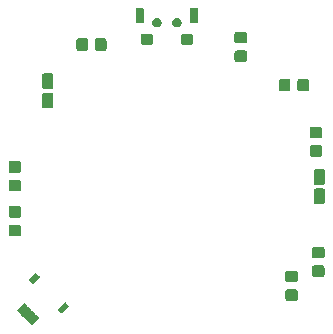
<source format=gts>
G04 #@! TF.GenerationSoftware,KiCad,Pcbnew,5.1.2-f72e74a~84~ubuntu18.04.1*
G04 #@! TF.CreationDate,2019-07-25T17:33:10+02:00*
G04 #@! TF.ProjectId,lightboard,6c696768-7462-46f6-9172-642e6b696361,rev?*
G04 #@! TF.SameCoordinates,Original*
G04 #@! TF.FileFunction,Soldermask,Top*
G04 #@! TF.FilePolarity,Negative*
%FSLAX46Y46*%
G04 Gerber Fmt 4.6, Leading zero omitted, Abs format (unit mm)*
G04 Created by KiCad (PCBNEW 5.1.2-f72e74a~84~ubuntu18.04.1) date 2019-07-25 17:33:10*
%MOMM*%
%LPD*%
G04 APERTURE LIST*
%ADD10C,0.100000*%
G04 APERTURE END LIST*
D10*
G36*
X144768979Y-106307959D02*
G01*
X144773653Y-106309377D01*
X144777955Y-106311676D01*
X144786494Y-106318684D01*
X144990656Y-106522846D01*
X144997664Y-106531385D01*
X144999963Y-106535687D01*
X145001381Y-106540361D01*
X145002189Y-106548563D01*
X145006971Y-106572596D01*
X145016349Y-106595235D01*
X145029963Y-106615609D01*
X145047291Y-106632935D01*
X145067665Y-106646548D01*
X145090304Y-106655925D01*
X145114330Y-106660704D01*
X145122532Y-106661512D01*
X145127206Y-106662930D01*
X145131508Y-106665229D01*
X145140047Y-106672237D01*
X145344209Y-106876399D01*
X145351217Y-106884938D01*
X145353516Y-106889240D01*
X145354934Y-106893914D01*
X145355742Y-106902116D01*
X145360523Y-106926150D01*
X145369901Y-106948788D01*
X145383516Y-106969162D01*
X145400843Y-106986489D01*
X145421218Y-107000102D01*
X145443857Y-107009479D01*
X145467884Y-107014258D01*
X145476086Y-107015066D01*
X145480760Y-107016484D01*
X145485062Y-107018783D01*
X145493601Y-107025791D01*
X145697763Y-107229953D01*
X145704771Y-107238492D01*
X145707070Y-107242794D01*
X145708488Y-107247468D01*
X145709296Y-107255670D01*
X145714078Y-107279703D01*
X145723456Y-107302342D01*
X145737070Y-107322716D01*
X145754398Y-107340042D01*
X145774772Y-107353655D01*
X145797411Y-107363032D01*
X145821437Y-107367811D01*
X145829639Y-107368619D01*
X145834313Y-107370037D01*
X145838615Y-107372336D01*
X145847154Y-107379344D01*
X146051316Y-107583506D01*
X146058324Y-107592045D01*
X146060623Y-107596347D01*
X146062041Y-107601021D01*
X146062519Y-107605876D01*
X146062041Y-107610731D01*
X146060623Y-107615405D01*
X146058324Y-107619707D01*
X146051316Y-107628246D01*
X145458246Y-108221316D01*
X145449707Y-108228324D01*
X145445405Y-108230623D01*
X145440731Y-108232041D01*
X145435876Y-108232519D01*
X145431021Y-108232041D01*
X145426347Y-108230623D01*
X145422045Y-108228324D01*
X145413506Y-108221316D01*
X145209344Y-108017154D01*
X145202336Y-108008615D01*
X145200037Y-108004313D01*
X145198619Y-107999639D01*
X145197811Y-107991437D01*
X145193029Y-107967404D01*
X145183651Y-107944765D01*
X145170037Y-107924391D01*
X145152709Y-107907065D01*
X145132335Y-107893452D01*
X145109696Y-107884075D01*
X145085670Y-107879296D01*
X145077468Y-107878488D01*
X145072794Y-107877070D01*
X145068492Y-107874771D01*
X145059953Y-107867763D01*
X144855791Y-107663601D01*
X144848783Y-107655062D01*
X144846484Y-107650760D01*
X144845066Y-107646086D01*
X144844258Y-107637884D01*
X144839477Y-107613850D01*
X144830099Y-107591212D01*
X144816484Y-107570838D01*
X144799157Y-107553511D01*
X144778782Y-107539898D01*
X144756143Y-107530521D01*
X144732116Y-107525742D01*
X144723914Y-107524934D01*
X144719240Y-107523516D01*
X144714938Y-107521217D01*
X144706399Y-107514209D01*
X144502237Y-107310047D01*
X144495229Y-107301508D01*
X144492930Y-107297206D01*
X144491512Y-107292532D01*
X144490704Y-107284330D01*
X144485922Y-107260297D01*
X144476544Y-107237658D01*
X144462930Y-107217284D01*
X144445602Y-107199958D01*
X144425228Y-107186345D01*
X144402589Y-107176968D01*
X144378563Y-107172189D01*
X144370361Y-107171381D01*
X144365687Y-107169963D01*
X144361385Y-107167664D01*
X144352846Y-107160656D01*
X144148684Y-106956494D01*
X144141676Y-106947955D01*
X144139377Y-106943653D01*
X144137959Y-106938979D01*
X144137481Y-106934124D01*
X144137959Y-106929269D01*
X144139377Y-106924595D01*
X144141676Y-106920293D01*
X144148684Y-106911754D01*
X144741754Y-106318684D01*
X144750293Y-106311676D01*
X144754595Y-106309377D01*
X144759269Y-106307959D01*
X144764124Y-106307481D01*
X144768979Y-106307959D01*
X144768979Y-106307959D01*
G37*
G36*
X148258795Y-106271179D02*
G01*
X148270500Y-106274730D01*
X148281290Y-106280497D01*
X148295514Y-106292171D01*
X148335361Y-106332018D01*
X148335367Y-106332023D01*
X148512851Y-106509507D01*
X148512856Y-106509513D01*
X148552703Y-106549360D01*
X148564377Y-106563584D01*
X148570144Y-106574374D01*
X148573695Y-106586079D01*
X148574894Y-106598249D01*
X148573695Y-106610419D01*
X148570144Y-106622124D01*
X148564377Y-106632914D01*
X148552703Y-106647138D01*
X148512856Y-106686985D01*
X148512851Y-106686991D01*
X148052525Y-107147317D01*
X148052519Y-107147322D01*
X148012672Y-107187169D01*
X147998448Y-107198843D01*
X147987658Y-107204610D01*
X147975953Y-107208161D01*
X147963783Y-107209360D01*
X147951613Y-107208161D01*
X147939908Y-107204610D01*
X147929118Y-107198843D01*
X147914894Y-107187169D01*
X147875047Y-107147322D01*
X147875041Y-107147317D01*
X147697557Y-106969833D01*
X147697552Y-106969827D01*
X147657705Y-106929980D01*
X147646031Y-106915756D01*
X147640264Y-106904966D01*
X147636713Y-106893261D01*
X147635514Y-106881091D01*
X147636713Y-106868921D01*
X147640264Y-106857216D01*
X147646031Y-106846426D01*
X147657705Y-106832202D01*
X147697552Y-106792355D01*
X147697557Y-106792349D01*
X148157883Y-106332023D01*
X148157889Y-106332018D01*
X148197736Y-106292171D01*
X148211960Y-106280497D01*
X148222750Y-106274730D01*
X148234455Y-106271179D01*
X148246625Y-106269980D01*
X148258795Y-106271179D01*
X148258795Y-106271179D01*
G37*
G36*
X167799591Y-105175585D02*
G01*
X167833569Y-105185893D01*
X167864890Y-105202634D01*
X167892339Y-105225161D01*
X167914866Y-105252610D01*
X167931607Y-105283931D01*
X167941915Y-105317909D01*
X167946000Y-105359390D01*
X167946000Y-105960610D01*
X167941915Y-106002091D01*
X167931607Y-106036069D01*
X167914866Y-106067390D01*
X167892339Y-106094839D01*
X167864890Y-106117366D01*
X167833569Y-106134107D01*
X167799591Y-106144415D01*
X167758110Y-106148500D01*
X167081890Y-106148500D01*
X167040409Y-106144415D01*
X167006431Y-106134107D01*
X166975110Y-106117366D01*
X166947661Y-106094839D01*
X166925134Y-106067390D01*
X166908393Y-106036069D01*
X166898085Y-106002091D01*
X166894000Y-105960610D01*
X166894000Y-105359390D01*
X166898085Y-105317909D01*
X166908393Y-105283931D01*
X166925134Y-105252610D01*
X166947661Y-105225161D01*
X166975110Y-105202634D01*
X167006431Y-105185893D01*
X167040409Y-105175585D01*
X167081890Y-105171500D01*
X167758110Y-105171500D01*
X167799591Y-105175585D01*
X167799591Y-105175585D01*
G37*
G36*
X145783921Y-103796305D02*
G01*
X145795626Y-103799856D01*
X145806416Y-103805623D01*
X145820640Y-103817297D01*
X145860487Y-103857144D01*
X145860493Y-103857149D01*
X146037977Y-104034633D01*
X146037982Y-104034639D01*
X146077829Y-104074486D01*
X146089503Y-104088710D01*
X146095270Y-104099500D01*
X146098821Y-104111205D01*
X146100020Y-104123375D01*
X146098821Y-104135545D01*
X146095270Y-104147250D01*
X146089503Y-104158040D01*
X146077829Y-104172264D01*
X146037982Y-104212111D01*
X146037977Y-104212117D01*
X145577651Y-104672443D01*
X145577645Y-104672448D01*
X145537798Y-104712295D01*
X145523574Y-104723969D01*
X145512784Y-104729736D01*
X145501079Y-104733287D01*
X145488909Y-104734486D01*
X145476739Y-104733287D01*
X145465034Y-104729736D01*
X145454244Y-104723969D01*
X145440020Y-104712295D01*
X145400173Y-104672448D01*
X145400167Y-104672443D01*
X145222683Y-104494959D01*
X145222678Y-104494953D01*
X145182831Y-104455106D01*
X145171157Y-104440882D01*
X145165390Y-104430092D01*
X145161839Y-104418387D01*
X145160640Y-104406217D01*
X145161839Y-104394047D01*
X145165390Y-104382342D01*
X145171157Y-104371552D01*
X145182831Y-104357328D01*
X145222678Y-104317481D01*
X145222683Y-104317475D01*
X145683009Y-103857149D01*
X145683015Y-103857144D01*
X145722862Y-103817297D01*
X145737086Y-103805623D01*
X145747876Y-103799856D01*
X145759581Y-103796305D01*
X145771751Y-103795106D01*
X145783921Y-103796305D01*
X145783921Y-103796305D01*
G37*
G36*
X167799591Y-103600585D02*
G01*
X167833569Y-103610893D01*
X167864890Y-103627634D01*
X167892339Y-103650161D01*
X167914866Y-103677610D01*
X167931607Y-103708931D01*
X167941915Y-103742909D01*
X167946000Y-103784390D01*
X167946000Y-104385610D01*
X167941915Y-104427091D01*
X167931607Y-104461069D01*
X167914866Y-104492390D01*
X167892339Y-104519839D01*
X167864890Y-104542366D01*
X167833569Y-104559107D01*
X167799591Y-104569415D01*
X167758110Y-104573500D01*
X167081890Y-104573500D01*
X167040409Y-104569415D01*
X167006431Y-104559107D01*
X166975110Y-104542366D01*
X166947661Y-104519839D01*
X166925134Y-104492390D01*
X166908393Y-104461069D01*
X166898085Y-104427091D01*
X166894000Y-104385610D01*
X166894000Y-103784390D01*
X166898085Y-103742909D01*
X166908393Y-103708931D01*
X166925134Y-103677610D01*
X166947661Y-103650161D01*
X166975110Y-103627634D01*
X167006431Y-103610893D01*
X167040409Y-103600585D01*
X167081890Y-103596500D01*
X167758110Y-103596500D01*
X167799591Y-103600585D01*
X167799591Y-103600585D01*
G37*
G36*
X170059591Y-103150585D02*
G01*
X170093569Y-103160893D01*
X170124890Y-103177634D01*
X170152339Y-103200161D01*
X170174866Y-103227610D01*
X170191607Y-103258931D01*
X170201915Y-103292909D01*
X170206000Y-103334390D01*
X170206000Y-103935610D01*
X170201915Y-103977091D01*
X170191607Y-104011069D01*
X170174866Y-104042390D01*
X170152339Y-104069839D01*
X170124890Y-104092366D01*
X170093569Y-104109107D01*
X170059591Y-104119415D01*
X170018110Y-104123500D01*
X169341890Y-104123500D01*
X169300409Y-104119415D01*
X169266431Y-104109107D01*
X169235110Y-104092366D01*
X169207661Y-104069839D01*
X169185134Y-104042390D01*
X169168393Y-104011069D01*
X169158085Y-103977091D01*
X169154000Y-103935610D01*
X169154000Y-103334390D01*
X169158085Y-103292909D01*
X169168393Y-103258931D01*
X169185134Y-103227610D01*
X169207661Y-103200161D01*
X169235110Y-103177634D01*
X169266431Y-103160893D01*
X169300409Y-103150585D01*
X169341890Y-103146500D01*
X170018110Y-103146500D01*
X170059591Y-103150585D01*
X170059591Y-103150585D01*
G37*
G36*
X170059591Y-101575585D02*
G01*
X170093569Y-101585893D01*
X170124890Y-101602634D01*
X170152339Y-101625161D01*
X170174866Y-101652610D01*
X170191607Y-101683931D01*
X170201915Y-101717909D01*
X170206000Y-101759390D01*
X170206000Y-102360610D01*
X170201915Y-102402091D01*
X170191607Y-102436069D01*
X170174866Y-102467390D01*
X170152339Y-102494839D01*
X170124890Y-102517366D01*
X170093569Y-102534107D01*
X170059591Y-102544415D01*
X170018110Y-102548500D01*
X169341890Y-102548500D01*
X169300409Y-102544415D01*
X169266431Y-102534107D01*
X169235110Y-102517366D01*
X169207661Y-102494839D01*
X169185134Y-102467390D01*
X169168393Y-102436069D01*
X169158085Y-102402091D01*
X169154000Y-102360610D01*
X169154000Y-101759390D01*
X169158085Y-101717909D01*
X169168393Y-101683931D01*
X169185134Y-101652610D01*
X169207661Y-101625161D01*
X169235110Y-101602634D01*
X169266431Y-101585893D01*
X169300409Y-101575585D01*
X169341890Y-101571500D01*
X170018110Y-101571500D01*
X170059591Y-101575585D01*
X170059591Y-101575585D01*
G37*
G36*
X144359591Y-99705585D02*
G01*
X144393569Y-99715893D01*
X144424890Y-99732634D01*
X144452339Y-99755161D01*
X144474866Y-99782610D01*
X144491607Y-99813931D01*
X144501915Y-99847909D01*
X144506000Y-99889390D01*
X144506000Y-100490610D01*
X144501915Y-100532091D01*
X144491607Y-100566069D01*
X144474866Y-100597390D01*
X144452339Y-100624839D01*
X144424890Y-100647366D01*
X144393569Y-100664107D01*
X144359591Y-100674415D01*
X144318110Y-100678500D01*
X143641890Y-100678500D01*
X143600409Y-100674415D01*
X143566431Y-100664107D01*
X143535110Y-100647366D01*
X143507661Y-100624839D01*
X143485134Y-100597390D01*
X143468393Y-100566069D01*
X143458085Y-100532091D01*
X143454000Y-100490610D01*
X143454000Y-99889390D01*
X143458085Y-99847909D01*
X143468393Y-99813931D01*
X143485134Y-99782610D01*
X143507661Y-99755161D01*
X143535110Y-99732634D01*
X143566431Y-99715893D01*
X143600409Y-99705585D01*
X143641890Y-99701500D01*
X144318110Y-99701500D01*
X144359591Y-99705585D01*
X144359591Y-99705585D01*
G37*
G36*
X144359591Y-98130585D02*
G01*
X144393569Y-98140893D01*
X144424890Y-98157634D01*
X144452339Y-98180161D01*
X144474866Y-98207610D01*
X144491607Y-98238931D01*
X144501915Y-98272909D01*
X144506000Y-98314390D01*
X144506000Y-98915610D01*
X144501915Y-98957091D01*
X144491607Y-98991069D01*
X144474866Y-99022390D01*
X144452339Y-99049839D01*
X144424890Y-99072366D01*
X144393569Y-99089107D01*
X144359591Y-99099415D01*
X144318110Y-99103500D01*
X143641890Y-99103500D01*
X143600409Y-99099415D01*
X143566431Y-99089107D01*
X143535110Y-99072366D01*
X143507661Y-99049839D01*
X143485134Y-99022390D01*
X143468393Y-98991069D01*
X143458085Y-98957091D01*
X143454000Y-98915610D01*
X143454000Y-98314390D01*
X143458085Y-98272909D01*
X143468393Y-98238931D01*
X143485134Y-98207610D01*
X143507661Y-98180161D01*
X143535110Y-98157634D01*
X143566431Y-98140893D01*
X143600409Y-98130585D01*
X143641890Y-98126500D01*
X144318110Y-98126500D01*
X144359591Y-98130585D01*
X144359591Y-98130585D01*
G37*
G36*
X170114618Y-96635465D02*
G01*
X170147433Y-96645419D01*
X170177665Y-96661579D01*
X170204170Y-96683330D01*
X170225921Y-96709835D01*
X170242081Y-96740067D01*
X170252035Y-96772882D01*
X170256000Y-96813140D01*
X170256000Y-97776860D01*
X170252035Y-97817118D01*
X170242081Y-97849933D01*
X170225921Y-97880165D01*
X170204170Y-97906670D01*
X170177665Y-97928421D01*
X170147433Y-97944581D01*
X170114618Y-97954535D01*
X170074360Y-97958500D01*
X169485640Y-97958500D01*
X169445382Y-97954535D01*
X169412567Y-97944581D01*
X169382335Y-97928421D01*
X169355830Y-97906670D01*
X169334079Y-97880165D01*
X169317919Y-97849933D01*
X169307965Y-97817118D01*
X169304000Y-97776860D01*
X169304000Y-96813140D01*
X169307965Y-96772882D01*
X169317919Y-96740067D01*
X169334079Y-96709835D01*
X169355830Y-96683330D01*
X169382335Y-96661579D01*
X169412567Y-96645419D01*
X169445382Y-96635465D01*
X169485640Y-96631500D01*
X170074360Y-96631500D01*
X170114618Y-96635465D01*
X170114618Y-96635465D01*
G37*
G36*
X144359591Y-95900585D02*
G01*
X144393569Y-95910893D01*
X144424890Y-95927634D01*
X144452339Y-95950161D01*
X144474866Y-95977610D01*
X144491607Y-96008931D01*
X144501915Y-96042909D01*
X144506000Y-96084390D01*
X144506000Y-96685610D01*
X144501915Y-96727091D01*
X144491607Y-96761069D01*
X144474866Y-96792390D01*
X144452339Y-96819839D01*
X144424890Y-96842366D01*
X144393569Y-96859107D01*
X144359591Y-96869415D01*
X144318110Y-96873500D01*
X143641890Y-96873500D01*
X143600409Y-96869415D01*
X143566431Y-96859107D01*
X143535110Y-96842366D01*
X143507661Y-96819839D01*
X143485134Y-96792390D01*
X143468393Y-96761069D01*
X143458085Y-96727091D01*
X143454000Y-96685610D01*
X143454000Y-96084390D01*
X143458085Y-96042909D01*
X143468393Y-96008931D01*
X143485134Y-95977610D01*
X143507661Y-95950161D01*
X143535110Y-95927634D01*
X143566431Y-95910893D01*
X143600409Y-95900585D01*
X143641890Y-95896500D01*
X144318110Y-95896500D01*
X144359591Y-95900585D01*
X144359591Y-95900585D01*
G37*
G36*
X170114618Y-95010465D02*
G01*
X170147433Y-95020419D01*
X170177665Y-95036579D01*
X170204170Y-95058330D01*
X170225921Y-95084835D01*
X170242081Y-95115067D01*
X170252035Y-95147882D01*
X170256000Y-95188140D01*
X170256000Y-96151860D01*
X170252035Y-96192118D01*
X170242081Y-96224933D01*
X170225921Y-96255165D01*
X170204170Y-96281670D01*
X170177665Y-96303421D01*
X170147433Y-96319581D01*
X170114618Y-96329535D01*
X170074360Y-96333500D01*
X169485640Y-96333500D01*
X169445382Y-96329535D01*
X169412567Y-96319581D01*
X169382335Y-96303421D01*
X169355830Y-96281670D01*
X169334079Y-96255165D01*
X169317919Y-96224933D01*
X169307965Y-96192118D01*
X169304000Y-96151860D01*
X169304000Y-95188140D01*
X169307965Y-95147882D01*
X169317919Y-95115067D01*
X169334079Y-95084835D01*
X169355830Y-95058330D01*
X169382335Y-95036579D01*
X169412567Y-95020419D01*
X169445382Y-95010465D01*
X169485640Y-95006500D01*
X170074360Y-95006500D01*
X170114618Y-95010465D01*
X170114618Y-95010465D01*
G37*
G36*
X144359591Y-94325585D02*
G01*
X144393569Y-94335893D01*
X144424890Y-94352634D01*
X144452339Y-94375161D01*
X144474866Y-94402610D01*
X144491607Y-94433931D01*
X144501915Y-94467909D01*
X144506000Y-94509390D01*
X144506000Y-95110610D01*
X144501915Y-95152091D01*
X144491607Y-95186069D01*
X144474866Y-95217390D01*
X144452339Y-95244839D01*
X144424890Y-95267366D01*
X144393569Y-95284107D01*
X144359591Y-95294415D01*
X144318110Y-95298500D01*
X143641890Y-95298500D01*
X143600409Y-95294415D01*
X143566431Y-95284107D01*
X143535110Y-95267366D01*
X143507661Y-95244839D01*
X143485134Y-95217390D01*
X143468393Y-95186069D01*
X143458085Y-95152091D01*
X143454000Y-95110610D01*
X143454000Y-94509390D01*
X143458085Y-94467909D01*
X143468393Y-94433931D01*
X143485134Y-94402610D01*
X143507661Y-94375161D01*
X143535110Y-94352634D01*
X143566431Y-94335893D01*
X143600409Y-94325585D01*
X143641890Y-94321500D01*
X144318110Y-94321500D01*
X144359591Y-94325585D01*
X144359591Y-94325585D01*
G37*
G36*
X169849591Y-92980585D02*
G01*
X169883569Y-92990893D01*
X169914890Y-93007634D01*
X169942339Y-93030161D01*
X169964866Y-93057610D01*
X169981607Y-93088931D01*
X169991915Y-93122909D01*
X169996000Y-93164390D01*
X169996000Y-93765610D01*
X169991915Y-93807091D01*
X169981607Y-93841069D01*
X169964866Y-93872390D01*
X169942339Y-93899839D01*
X169914890Y-93922366D01*
X169883569Y-93939107D01*
X169849591Y-93949415D01*
X169808110Y-93953500D01*
X169131890Y-93953500D01*
X169090409Y-93949415D01*
X169056431Y-93939107D01*
X169025110Y-93922366D01*
X168997661Y-93899839D01*
X168975134Y-93872390D01*
X168958393Y-93841069D01*
X168948085Y-93807091D01*
X168944000Y-93765610D01*
X168944000Y-93164390D01*
X168948085Y-93122909D01*
X168958393Y-93088931D01*
X168975134Y-93057610D01*
X168997661Y-93030161D01*
X169025110Y-93007634D01*
X169056431Y-92990893D01*
X169090409Y-92980585D01*
X169131890Y-92976500D01*
X169808110Y-92976500D01*
X169849591Y-92980585D01*
X169849591Y-92980585D01*
G37*
G36*
X169849591Y-91405585D02*
G01*
X169883569Y-91415893D01*
X169914890Y-91432634D01*
X169942339Y-91455161D01*
X169964866Y-91482610D01*
X169981607Y-91513931D01*
X169991915Y-91547909D01*
X169996000Y-91589390D01*
X169996000Y-92190610D01*
X169991915Y-92232091D01*
X169981607Y-92266069D01*
X169964866Y-92297390D01*
X169942339Y-92324839D01*
X169914890Y-92347366D01*
X169883569Y-92364107D01*
X169849591Y-92374415D01*
X169808110Y-92378500D01*
X169131890Y-92378500D01*
X169090409Y-92374415D01*
X169056431Y-92364107D01*
X169025110Y-92347366D01*
X168997661Y-92324839D01*
X168975134Y-92297390D01*
X168958393Y-92266069D01*
X168948085Y-92232091D01*
X168944000Y-92190610D01*
X168944000Y-91589390D01*
X168948085Y-91547909D01*
X168958393Y-91513931D01*
X168975134Y-91482610D01*
X168997661Y-91455161D01*
X169025110Y-91432634D01*
X169056431Y-91415893D01*
X169090409Y-91405585D01*
X169131890Y-91401500D01*
X169808110Y-91401500D01*
X169849591Y-91405585D01*
X169849591Y-91405585D01*
G37*
G36*
X147094618Y-88525465D02*
G01*
X147127433Y-88535419D01*
X147157665Y-88551579D01*
X147184170Y-88573330D01*
X147205921Y-88599835D01*
X147222081Y-88630067D01*
X147232035Y-88662882D01*
X147236000Y-88703140D01*
X147236000Y-89666860D01*
X147232035Y-89707118D01*
X147222081Y-89739933D01*
X147205921Y-89770165D01*
X147184170Y-89796670D01*
X147157665Y-89818421D01*
X147127433Y-89834581D01*
X147094618Y-89844535D01*
X147054360Y-89848500D01*
X146465640Y-89848500D01*
X146425382Y-89844535D01*
X146392567Y-89834581D01*
X146362335Y-89818421D01*
X146335830Y-89796670D01*
X146314079Y-89770165D01*
X146297919Y-89739933D01*
X146287965Y-89707118D01*
X146284000Y-89666860D01*
X146284000Y-88703140D01*
X146287965Y-88662882D01*
X146297919Y-88630067D01*
X146314079Y-88599835D01*
X146335830Y-88573330D01*
X146362335Y-88551579D01*
X146392567Y-88535419D01*
X146425382Y-88525465D01*
X146465640Y-88521500D01*
X147054360Y-88521500D01*
X147094618Y-88525465D01*
X147094618Y-88525465D01*
G37*
G36*
X168747091Y-87358085D02*
G01*
X168781069Y-87368393D01*
X168812390Y-87385134D01*
X168839839Y-87407661D01*
X168862366Y-87435110D01*
X168879107Y-87466431D01*
X168889415Y-87500409D01*
X168893500Y-87541890D01*
X168893500Y-88218110D01*
X168889415Y-88259591D01*
X168879107Y-88293569D01*
X168862366Y-88324890D01*
X168839839Y-88352339D01*
X168812390Y-88374866D01*
X168781069Y-88391607D01*
X168747091Y-88401915D01*
X168705610Y-88406000D01*
X168104390Y-88406000D01*
X168062909Y-88401915D01*
X168028931Y-88391607D01*
X167997610Y-88374866D01*
X167970161Y-88352339D01*
X167947634Y-88324890D01*
X167930893Y-88293569D01*
X167920585Y-88259591D01*
X167916500Y-88218110D01*
X167916500Y-87541890D01*
X167920585Y-87500409D01*
X167930893Y-87466431D01*
X167947634Y-87435110D01*
X167970161Y-87407661D01*
X167997610Y-87385134D01*
X168028931Y-87368393D01*
X168062909Y-87358085D01*
X168104390Y-87354000D01*
X168705610Y-87354000D01*
X168747091Y-87358085D01*
X168747091Y-87358085D01*
G37*
G36*
X167172091Y-87358085D02*
G01*
X167206069Y-87368393D01*
X167237390Y-87385134D01*
X167264839Y-87407661D01*
X167287366Y-87435110D01*
X167304107Y-87466431D01*
X167314415Y-87500409D01*
X167318500Y-87541890D01*
X167318500Y-88218110D01*
X167314415Y-88259591D01*
X167304107Y-88293569D01*
X167287366Y-88324890D01*
X167264839Y-88352339D01*
X167237390Y-88374866D01*
X167206069Y-88391607D01*
X167172091Y-88401915D01*
X167130610Y-88406000D01*
X166529390Y-88406000D01*
X166487909Y-88401915D01*
X166453931Y-88391607D01*
X166422610Y-88374866D01*
X166395161Y-88352339D01*
X166372634Y-88324890D01*
X166355893Y-88293569D01*
X166345585Y-88259591D01*
X166341500Y-88218110D01*
X166341500Y-87541890D01*
X166345585Y-87500409D01*
X166355893Y-87466431D01*
X166372634Y-87435110D01*
X166395161Y-87407661D01*
X166422610Y-87385134D01*
X166453931Y-87368393D01*
X166487909Y-87358085D01*
X166529390Y-87354000D01*
X167130610Y-87354000D01*
X167172091Y-87358085D01*
X167172091Y-87358085D01*
G37*
G36*
X147094618Y-86900465D02*
G01*
X147127433Y-86910419D01*
X147157665Y-86926579D01*
X147184170Y-86948330D01*
X147205921Y-86974835D01*
X147222081Y-87005067D01*
X147232035Y-87037882D01*
X147236000Y-87078140D01*
X147236000Y-88041860D01*
X147232035Y-88082118D01*
X147222081Y-88114933D01*
X147205921Y-88145165D01*
X147184170Y-88171670D01*
X147157665Y-88193421D01*
X147127433Y-88209581D01*
X147094618Y-88219535D01*
X147054360Y-88223500D01*
X146465640Y-88223500D01*
X146425382Y-88219535D01*
X146392567Y-88209581D01*
X146362335Y-88193421D01*
X146335830Y-88171670D01*
X146314079Y-88145165D01*
X146297919Y-88114933D01*
X146287965Y-88082118D01*
X146284000Y-88041860D01*
X146284000Y-87078140D01*
X146287965Y-87037882D01*
X146297919Y-87005067D01*
X146314079Y-86974835D01*
X146335830Y-86948330D01*
X146362335Y-86926579D01*
X146392567Y-86910419D01*
X146425382Y-86900465D01*
X146465640Y-86896500D01*
X147054360Y-86896500D01*
X147094618Y-86900465D01*
X147094618Y-86900465D01*
G37*
G36*
X163489591Y-84955585D02*
G01*
X163523569Y-84965893D01*
X163554890Y-84982634D01*
X163582339Y-85005161D01*
X163604866Y-85032610D01*
X163621607Y-85063931D01*
X163631915Y-85097909D01*
X163636000Y-85139390D01*
X163636000Y-85740610D01*
X163631915Y-85782091D01*
X163621607Y-85816069D01*
X163604866Y-85847390D01*
X163582339Y-85874839D01*
X163554890Y-85897366D01*
X163523569Y-85914107D01*
X163489591Y-85924415D01*
X163448110Y-85928500D01*
X162771890Y-85928500D01*
X162730409Y-85924415D01*
X162696431Y-85914107D01*
X162665110Y-85897366D01*
X162637661Y-85874839D01*
X162615134Y-85847390D01*
X162598393Y-85816069D01*
X162588085Y-85782091D01*
X162584000Y-85740610D01*
X162584000Y-85139390D01*
X162588085Y-85097909D01*
X162598393Y-85063931D01*
X162615134Y-85032610D01*
X162637661Y-85005161D01*
X162665110Y-84982634D01*
X162696431Y-84965893D01*
X162730409Y-84955585D01*
X162771890Y-84951500D01*
X163448110Y-84951500D01*
X163489591Y-84955585D01*
X163489591Y-84955585D01*
G37*
G36*
X151602091Y-83928085D02*
G01*
X151636069Y-83938393D01*
X151667390Y-83955134D01*
X151694839Y-83977661D01*
X151717366Y-84005110D01*
X151734107Y-84036431D01*
X151744415Y-84070409D01*
X151748500Y-84111890D01*
X151748500Y-84788110D01*
X151744415Y-84829591D01*
X151734107Y-84863569D01*
X151717366Y-84894890D01*
X151694839Y-84922339D01*
X151667390Y-84944866D01*
X151636069Y-84961607D01*
X151602091Y-84971915D01*
X151560610Y-84976000D01*
X150959390Y-84976000D01*
X150917909Y-84971915D01*
X150883931Y-84961607D01*
X150852610Y-84944866D01*
X150825161Y-84922339D01*
X150802634Y-84894890D01*
X150785893Y-84863569D01*
X150775585Y-84829591D01*
X150771500Y-84788110D01*
X150771500Y-84111890D01*
X150775585Y-84070409D01*
X150785893Y-84036431D01*
X150802634Y-84005110D01*
X150825161Y-83977661D01*
X150852610Y-83955134D01*
X150883931Y-83938393D01*
X150917909Y-83928085D01*
X150959390Y-83924000D01*
X151560610Y-83924000D01*
X151602091Y-83928085D01*
X151602091Y-83928085D01*
G37*
G36*
X150027091Y-83928085D02*
G01*
X150061069Y-83938393D01*
X150092390Y-83955134D01*
X150119839Y-83977661D01*
X150142366Y-84005110D01*
X150159107Y-84036431D01*
X150169415Y-84070409D01*
X150173500Y-84111890D01*
X150173500Y-84788110D01*
X150169415Y-84829591D01*
X150159107Y-84863569D01*
X150142366Y-84894890D01*
X150119839Y-84922339D01*
X150092390Y-84944866D01*
X150061069Y-84961607D01*
X150027091Y-84971915D01*
X149985610Y-84976000D01*
X149384390Y-84976000D01*
X149342909Y-84971915D01*
X149308931Y-84961607D01*
X149277610Y-84944866D01*
X149250161Y-84922339D01*
X149227634Y-84894890D01*
X149210893Y-84863569D01*
X149200585Y-84829591D01*
X149196500Y-84788110D01*
X149196500Y-84111890D01*
X149200585Y-84070409D01*
X149210893Y-84036431D01*
X149227634Y-84005110D01*
X149250161Y-83977661D01*
X149277610Y-83955134D01*
X149308931Y-83938393D01*
X149342909Y-83928085D01*
X149384390Y-83924000D01*
X149985610Y-83924000D01*
X150027091Y-83928085D01*
X150027091Y-83928085D01*
G37*
G36*
X155529683Y-83552725D02*
G01*
X155560143Y-83561966D01*
X155588223Y-83576974D01*
X155612831Y-83597169D01*
X155633026Y-83621777D01*
X155648034Y-83649857D01*
X155657275Y-83680317D01*
X155661000Y-83718140D01*
X155661000Y-84281860D01*
X155657275Y-84319683D01*
X155648034Y-84350143D01*
X155633026Y-84378223D01*
X155612831Y-84402831D01*
X155588223Y-84423026D01*
X155560143Y-84438034D01*
X155529683Y-84447275D01*
X155491860Y-84451000D01*
X154828140Y-84451000D01*
X154790317Y-84447275D01*
X154759857Y-84438034D01*
X154731777Y-84423026D01*
X154707169Y-84402831D01*
X154686974Y-84378223D01*
X154671966Y-84350143D01*
X154662725Y-84319683D01*
X154659000Y-84281860D01*
X154659000Y-83718140D01*
X154662725Y-83680317D01*
X154671966Y-83649857D01*
X154686974Y-83621777D01*
X154707169Y-83597169D01*
X154731777Y-83576974D01*
X154759857Y-83561966D01*
X154790317Y-83552725D01*
X154828140Y-83549000D01*
X155491860Y-83549000D01*
X155529683Y-83552725D01*
X155529683Y-83552725D01*
G37*
G36*
X158929683Y-83552725D02*
G01*
X158960143Y-83561966D01*
X158988223Y-83576974D01*
X159012831Y-83597169D01*
X159033026Y-83621777D01*
X159048034Y-83649857D01*
X159057275Y-83680317D01*
X159061000Y-83718140D01*
X159061000Y-84281860D01*
X159057275Y-84319683D01*
X159048034Y-84350143D01*
X159033026Y-84378223D01*
X159012831Y-84402831D01*
X158988223Y-84423026D01*
X158960143Y-84438034D01*
X158929683Y-84447275D01*
X158891860Y-84451000D01*
X158228140Y-84451000D01*
X158190317Y-84447275D01*
X158159857Y-84438034D01*
X158131777Y-84423026D01*
X158107169Y-84402831D01*
X158086974Y-84378223D01*
X158071966Y-84350143D01*
X158062725Y-84319683D01*
X158059000Y-84281860D01*
X158059000Y-83718140D01*
X158062725Y-83680317D01*
X158071966Y-83649857D01*
X158086974Y-83621777D01*
X158107169Y-83597169D01*
X158131777Y-83576974D01*
X158159857Y-83561966D01*
X158190317Y-83552725D01*
X158228140Y-83549000D01*
X158891860Y-83549000D01*
X158929683Y-83552725D01*
X158929683Y-83552725D01*
G37*
G36*
X163489591Y-83380585D02*
G01*
X163523569Y-83390893D01*
X163554890Y-83407634D01*
X163582339Y-83430161D01*
X163604866Y-83457610D01*
X163621607Y-83488931D01*
X163631915Y-83522909D01*
X163636000Y-83564390D01*
X163636000Y-84165610D01*
X163631915Y-84207091D01*
X163621607Y-84241069D01*
X163604866Y-84272390D01*
X163582339Y-84299839D01*
X163554890Y-84322366D01*
X163523569Y-84339107D01*
X163489591Y-84349415D01*
X163448110Y-84353500D01*
X162771890Y-84353500D01*
X162730409Y-84349415D01*
X162696431Y-84339107D01*
X162665110Y-84322366D01*
X162637661Y-84299839D01*
X162615134Y-84272390D01*
X162598393Y-84241069D01*
X162588085Y-84207091D01*
X162584000Y-84165610D01*
X162584000Y-83564390D01*
X162588085Y-83522909D01*
X162598393Y-83488931D01*
X162615134Y-83457610D01*
X162637661Y-83430161D01*
X162665110Y-83407634D01*
X162696431Y-83390893D01*
X162730409Y-83380585D01*
X162771890Y-83376500D01*
X163448110Y-83376500D01*
X163489591Y-83380585D01*
X163489591Y-83380585D01*
G37*
G36*
X156088231Y-82206705D02*
G01*
X156126967Y-82214410D01*
X156157195Y-82226931D01*
X156199944Y-82244638D01*
X156265622Y-82288523D01*
X156321477Y-82344378D01*
X156365362Y-82410056D01*
X156383069Y-82452805D01*
X156392470Y-82475500D01*
X156395590Y-82483034D01*
X156411000Y-82560504D01*
X156411000Y-82639496D01*
X156395590Y-82716966D01*
X156365362Y-82789944D01*
X156321477Y-82855622D01*
X156265622Y-82911477D01*
X156199944Y-82955362D01*
X156157195Y-82973069D01*
X156126967Y-82985590D01*
X156088231Y-82993295D01*
X156049496Y-83001000D01*
X155970504Y-83001000D01*
X155931769Y-82993295D01*
X155893033Y-82985590D01*
X155862805Y-82973069D01*
X155820056Y-82955362D01*
X155754378Y-82911477D01*
X155698523Y-82855622D01*
X155654638Y-82789944D01*
X155624410Y-82716966D01*
X155609000Y-82639496D01*
X155609000Y-82560504D01*
X155624410Y-82483034D01*
X155627531Y-82475500D01*
X155636931Y-82452805D01*
X155654638Y-82410056D01*
X155698523Y-82344378D01*
X155754378Y-82288523D01*
X155820056Y-82244638D01*
X155862805Y-82226931D01*
X155893033Y-82214410D01*
X155931769Y-82206705D01*
X155970504Y-82199000D01*
X156049496Y-82199000D01*
X156088231Y-82206705D01*
X156088231Y-82206705D01*
G37*
G36*
X157788231Y-82206705D02*
G01*
X157826967Y-82214410D01*
X157857195Y-82226931D01*
X157899944Y-82244638D01*
X157965622Y-82288523D01*
X158021477Y-82344378D01*
X158065362Y-82410056D01*
X158083069Y-82452805D01*
X158092470Y-82475500D01*
X158095590Y-82483034D01*
X158111000Y-82560504D01*
X158111000Y-82639496D01*
X158095590Y-82716966D01*
X158065362Y-82789944D01*
X158021477Y-82855622D01*
X157965622Y-82911477D01*
X157899944Y-82955362D01*
X157857195Y-82973069D01*
X157826967Y-82985590D01*
X157788231Y-82993295D01*
X157749496Y-83001000D01*
X157670504Y-83001000D01*
X157631769Y-82993295D01*
X157593033Y-82985590D01*
X157562805Y-82973069D01*
X157520056Y-82955362D01*
X157454378Y-82911477D01*
X157398523Y-82855622D01*
X157354638Y-82789944D01*
X157324410Y-82716966D01*
X157309000Y-82639496D01*
X157309000Y-82560504D01*
X157324410Y-82483034D01*
X157327531Y-82475500D01*
X157336931Y-82452805D01*
X157354638Y-82410056D01*
X157398523Y-82344378D01*
X157454378Y-82288523D01*
X157520056Y-82244638D01*
X157562805Y-82226931D01*
X157593033Y-82214410D01*
X157631769Y-82206705D01*
X157670504Y-82199000D01*
X157749496Y-82199000D01*
X157788231Y-82206705D01*
X157788231Y-82206705D01*
G37*
G36*
X159419928Y-81351764D02*
G01*
X159441009Y-81358160D01*
X159460445Y-81368548D01*
X159477476Y-81382524D01*
X159491452Y-81399555D01*
X159501840Y-81418991D01*
X159508236Y-81440072D01*
X159511000Y-81468140D01*
X159511000Y-82531860D01*
X159508236Y-82559928D01*
X159501840Y-82581009D01*
X159491452Y-82600445D01*
X159477476Y-82617476D01*
X159460445Y-82631452D01*
X159441009Y-82641840D01*
X159419928Y-82648236D01*
X159391860Y-82651000D01*
X158928140Y-82651000D01*
X158900072Y-82648236D01*
X158878991Y-82641840D01*
X158859555Y-82631452D01*
X158842524Y-82617476D01*
X158828548Y-82600445D01*
X158818160Y-82581009D01*
X158811764Y-82559928D01*
X158809000Y-82531860D01*
X158809000Y-81468140D01*
X158811764Y-81440072D01*
X158818160Y-81418991D01*
X158828548Y-81399555D01*
X158842524Y-81382524D01*
X158859555Y-81368548D01*
X158878991Y-81358160D01*
X158900072Y-81351764D01*
X158928140Y-81349000D01*
X159391860Y-81349000D01*
X159419928Y-81351764D01*
X159419928Y-81351764D01*
G37*
G36*
X154819928Y-81351764D02*
G01*
X154841009Y-81358160D01*
X154860445Y-81368548D01*
X154877476Y-81382524D01*
X154891452Y-81399555D01*
X154901840Y-81418991D01*
X154908236Y-81440072D01*
X154911000Y-81468140D01*
X154911000Y-82531860D01*
X154908236Y-82559928D01*
X154901840Y-82581009D01*
X154891452Y-82600445D01*
X154877476Y-82617476D01*
X154860445Y-82631452D01*
X154841009Y-82641840D01*
X154819928Y-82648236D01*
X154791860Y-82651000D01*
X154328140Y-82651000D01*
X154300072Y-82648236D01*
X154278991Y-82641840D01*
X154259555Y-82631452D01*
X154242524Y-82617476D01*
X154228548Y-82600445D01*
X154218160Y-82581009D01*
X154211764Y-82559928D01*
X154209000Y-82531860D01*
X154209000Y-81468140D01*
X154211764Y-81440072D01*
X154218160Y-81418991D01*
X154228548Y-81399555D01*
X154242524Y-81382524D01*
X154259555Y-81368548D01*
X154278991Y-81358160D01*
X154300072Y-81351764D01*
X154328140Y-81349000D01*
X154791860Y-81349000D01*
X154819928Y-81351764D01*
X154819928Y-81351764D01*
G37*
M02*

</source>
